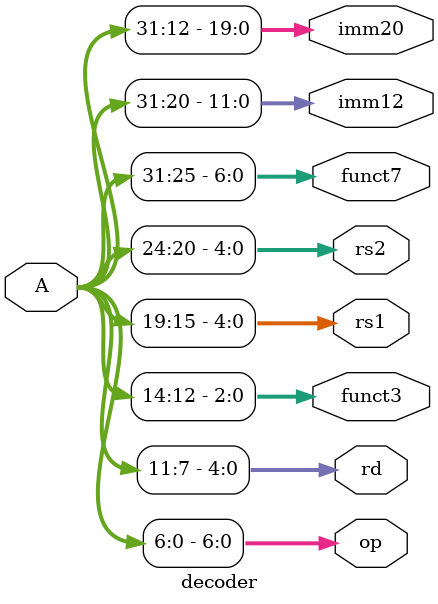
<source format=sv>
module decoder(
	input logic [31:0] A,
	output logic [6:0] op,
	output logic [4:0] rd,
	output logic [2:0] funct3,
	output logic [4:0] rs1,
	output logic [4:0] rs2,
	output logic [6:0] funct7,
	output logic [11:0] imm12,
	output logic [19:0] imm20
);

	assign op = A[6:0];
	assign rd = A[11:7];
	assign funct3 = A[14:12];
	assign rs1 = A[19:15];
	assign rs2 = A[24:20];
	assign funct7 = A[31:25];
	assign imm12 = A[31:20];
	assign imm20 = A[31:12];

endmodule

</source>
